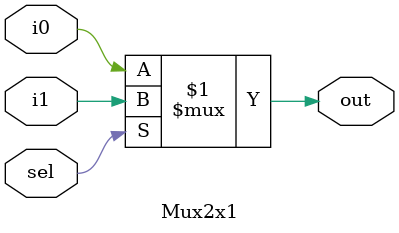
<source format=v>
module Mux2x1 (out, i0, i1, sel);
	output out;
	input i0, i1, sel;
	assign out = sel ? i1 : i0;
endmodule

</source>
